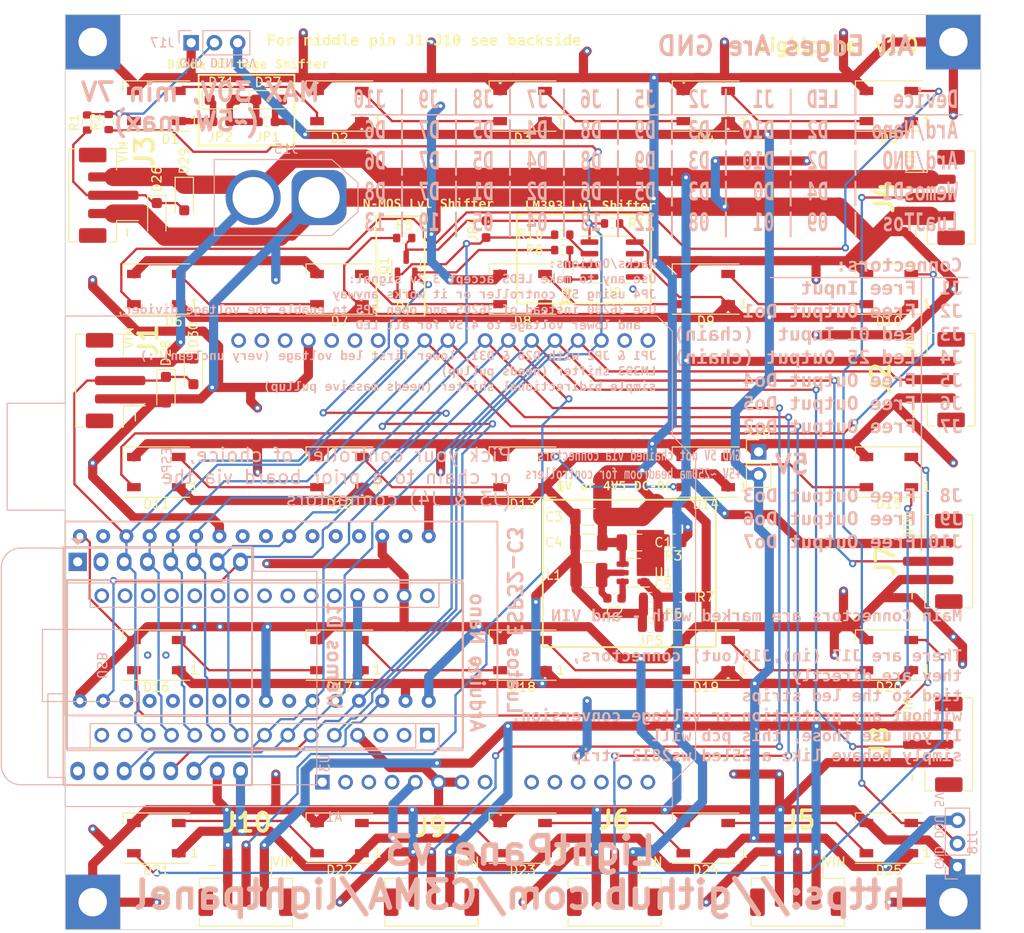
<source format=kicad_pcb>
(kicad_pcb (version 20221018) (generator pcbnew)

  (general
    (thickness 1.6)
  )

  (paper "A4")
  (layers
    (0 "F.Cu" signal)
    (31 "B.Cu" signal)
    (32 "B.Adhes" user "B.Adhesive")
    (33 "F.Adhes" user "F.Adhesive")
    (34 "B.Paste" user)
    (35 "F.Paste" user)
    (36 "B.SilkS" user "B.Silkscreen")
    (37 "F.SilkS" user "F.Silkscreen")
    (38 "B.Mask" user)
    (39 "F.Mask" user)
    (40 "Dwgs.User" user "User.Drawings")
    (41 "Cmts.User" user "User.Comments")
    (42 "Eco1.User" user "User.Eco1")
    (43 "Eco2.User" user "User.Eco2")
    (44 "Edge.Cuts" user)
    (45 "Margin" user)
    (46 "B.CrtYd" user "B.Courtyard")
    (47 "F.CrtYd" user "F.Courtyard")
    (48 "B.Fab" user)
    (49 "F.Fab" user)
    (50 "User.1" user)
    (51 "User.2" user)
    (52 "User.3" user)
    (53 "User.4" user)
    (54 "User.5" user)
    (55 "User.6" user)
    (56 "User.7" user)
    (57 "User.8" user)
    (58 "User.9" user)
  )

  (setup
    (stackup
      (layer "F.SilkS" (type "Top Silk Screen"))
      (layer "F.Paste" (type "Top Solder Paste"))
      (layer "F.Mask" (type "Top Solder Mask") (thickness 0.01))
      (layer "F.Cu" (type "copper") (thickness 0.035))
      (layer "dielectric 1" (type "core") (thickness 1.51) (material "FR4") (epsilon_r 4.5) (loss_tangent 0.02))
      (layer "B.Cu" (type "copper") (thickness 0.035))
      (layer "B.Mask" (type "Bottom Solder Mask") (thickness 0.01))
      (layer "B.Paste" (type "Bottom Solder Paste"))
      (layer "B.SilkS" (type "Bottom Silk Screen"))
      (copper_finish "None")
      (dielectric_constraints no)
    )
    (pad_to_mask_clearance 0)
    (pcbplotparams
      (layerselection 0x00010fc_ffffffff)
      (plot_on_all_layers_selection 0x0000000_00000000)
      (disableapertmacros false)
      (usegerberextensions false)
      (usegerberattributes true)
      (usegerberadvancedattributes true)
      (creategerberjobfile true)
      (dashed_line_dash_ratio 12.000000)
      (dashed_line_gap_ratio 3.000000)
      (svgprecision 6)
      (plotframeref false)
      (viasonmask false)
      (mode 1)
      (useauxorigin false)
      (hpglpennumber 1)
      (hpglpenspeed 20)
      (hpglpendiameter 15.000000)
      (dxfpolygonmode true)
      (dxfimperialunits true)
      (dxfusepcbnewfont true)
      (psnegative false)
      (psa4output false)
      (plotreference true)
      (plotvalue true)
      (plotinvisibletext false)
      (sketchpadsonfab false)
      (subtractmaskfromsilk false)
      (outputformat 1)
      (mirror false)
      (drillshape 0)
      (scaleselection 1)
      (outputdirectory "fabv4")
    )
  )

  (net 0 "")
  (net 1 "unconnected-(A1-NC-Pad1)")
  (net 2 "unconnected-(A1-IOREF-Pad2)")
  (net 3 "unconnected-(A1-~{RESET}-Pad3)")
  (net 4 "unconnected-(A1-3V3-Pad4)")
  (net 5 "unconnected-(A1-VIN-Pad8)")
  (net 6 "unconnected-(A1-A0-Pad9)")
  (net 7 "unconnected-(A1-A1-Pad10)")
  (net 8 "unconnected-(A1-A2-Pad11)")
  (net 9 "unconnected-(A1-A3-Pad12)")
  (net 10 "unconnected-(A1-SDA{slash}A4-Pad13)")
  (net 11 "unconnected-(A1-SCL{slash}A5-Pad14)")
  (net 12 "unconnected-(A1-D0{slash}RX-Pad15)")
  (net 13 "5V")
  (net 14 "GND")
  (net 15 "VIN")
  (net 16 "unconnected-(A1-D1{slash}TX-Pad16)")
  (net 17 "unconnected-(A1-D11-Pad26)")
  (net 18 "unconnected-(A1-D12-Pad27)")
  (net 19 "unconnected-(A1-D13-Pad28)")
  (net 20 "unconnected-(A1-AREF-Pad30)")
  (net 21 "unconnected-(A1-SDA{slash}A4-Pad31)")
  (net 22 "unconnected-(A1-SCL{slash}A5-Pad32)")
  (net 23 "unconnected-(A2-TX1-Pad1)")
  (net 24 "unconnected-(A2-RX1-Pad2)")
  (net 25 "unconnected-(A2-~{RESET}-Pad3)")
  (net 26 "unconnected-(A2-MOSI-Pad14)")
  (net 27 "unconnected-(A2-MISO-Pad15)")
  (net 28 "unconnected-(A2-SCK-Pad16)")
  (net 29 "3V3")
  (net 30 "unconnected-(A2-AREF-Pad18)")
  (net 31 "unconnected-(A2-A0-Pad19)")
  (net 32 "unconnected-(A2-A1-Pad20)")
  (net 33 "unconnected-(A2-A2-Pad21)")
  (net 34 "unconnected-(A2-A3-Pad22)")
  (net 35 "unconnected-(A2-SDA{slash}A4-Pad23)")
  (net 36 "unconnected-(A2-SCL{slash}A5-Pad24)")
  (net 37 "unconnected-(A2-A6-Pad25)")
  (net 38 "unconnected-(A2-A7-Pad26)")
  (net 39 "unconnected-(A2-~{RESET}-Pad28)")
  (net 40 "unconnected-(A2-VIN-Pad30)")
  (net 41 "Net-(U1-BST)")
  (net 42 "Net-(U1-SW)")
  (net 43 "Net-(D1-DOUT)")
  (net 44 "Net-(D1-DIN)")
  (net 45 "Net-(D2-DOUT)")
  (net 46 "Net-(D3-DOUT)")
  (net 47 "Net-(D4-DOUT)")
  (net 48 "Net-(D5-DOUT)")
  (net 49 "Net-(D6-DOUT)")
  (net 50 "Net-(D7-DOUT)")
  (net 51 "Net-(D8-DOUT)")
  (net 52 "Net-(D10-DIN)")
  (net 53 "Net-(D10-DOUT)")
  (net 54 "Net-(D11-DOUT)")
  (net 55 "Net-(D12-DOUT)")
  (net 56 "Net-(D13-DOUT)")
  (net 57 "Net-(D14-DOUT)")
  (net 58 "Net-(D15-DOUT)")
  (net 59 "Net-(D16-DOUT)")
  (net 60 "Net-(D17-DOUT)")
  (net 61 "Net-(D18-DOUT)")
  (net 62 "Net-(D19-DOUT)")
  (net 63 "Net-(D20-DOUT)")
  (net 64 "Net-(D21-DOUT)")
  (net 65 "Net-(D22-DOUT)")
  (net 66 "Net-(D23-DOUT)")
  (net 67 "Net-(D24-DOUT)")
  (net 68 "LDumbOut")
  (net 69 "unconnected-(ESP1-IO00-Pad2)")
  (net 70 "Lin")
  (net 71 "LOut")
  (net 72 "Do1")
  (net 73 "Do2")
  (net 74 "Do3")
  (net 75 "Do4")
  (net 76 "Do5")
  (net 77 "Do6")
  (net 78 "Do7")
  (net 79 "unconnected-(ESP1-RX0-Pad8)")
  (net 80 "unconnected-(ESP1-TX0-Pad9)")
  (net 81 "LDumb")
  (net 82 "unconnected-(ESP1-NC-Pad11)")
  (net 83 "unconnected-(ESP1-EN-Pad12)")
  (net 84 "unconnected-(ESP1-3.3V-Pad13)")
  (net 85 "unconnected-(ESP1-PEB-Pad15)")
  (net 86 "unconnected-(A2-3V3-Pad17)")
  (net 87 "unconnected-(ESP1-IO02-Pad19)")
  (net 88 "unconnected-(ESP1-IO03-Pad20)")
  (net 89 "unconnected-(ESP1-IO10-Pad21)")
  (net 90 "unconnected-(ESP1-IO06-Pad22)")
  (net 91 "unconnected-(ESP1-IO07-Pad23)")
  (net 92 "unconnected-(ESP1-IO11-Pad24)")
  (net 93 "unconnected-(ESP1-3.3V-Pad26)")
  (net 94 "unconnected-(U3-~{RST}-Pad1)")
  (net 95 "unconnected-(U3-A0-Pad2)")
  (net 96 "unconnected-(U3-RX-Pad15)")
  (net 97 "unconnected-(U3-TX-Pad16)")
  (net 98 "Net-(U1-EN)")
  (net 99 "Net-(JP5-A)")
  (net 100 "Net-(D1-VDD)")
  (net 101 "Net-(D27-K)")
  (net 102 "LOut3V3")
  (net 103 "Net-(U2A--)")
  (net 104 "Net-(U2A-+)")

  (footprint "Connector_JST:JST_PH_B3B-PH-SM4-TB_1x03-1MP_P2.00mm_Vertical" (layer "F.Cu") (at 145 89.9 -90))

  (footprint "Library:Solder_Screw_Mount" (layer "F.Cu") (at 53 147))

  (footprint "Resistor_SMD:R_0603_1608Metric_Pad0.98x0.95mm_HandSolder" (layer "F.Cu") (at 95.9612 73.4568 90))

  (footprint "Package_TO_SOT_SMD:SOT-23" (layer "F.Cu") (at 87.2358 77.4423 90))

  (footprint "Connector_JST:JST_PH_B3B-PH-SM4-TB_1x03-1MP_P2.00mm_Vertical" (layer "F.Cu") (at 90 145.25 180))

  (footprint "Diode_SMD:D_SOD-123F" (layer "F.Cu") (at 63 70 -90))

  (footprint "Resistor_SMD:R_0603_1608Metric" (layer "F.Cu") (at 87.0204 74.422))

  (footprint "Capacitor_SMD:C_1206_3216Metric" (layer "F.Cu") (at 107.188 104.902))

  (footprint "Diode_SMD:D_SOD-123F" (layer "F.Cu") (at 61 91 -90))

  (footprint "Resistor_SMD:R_0603_1608Metric" (layer "F.Cu") (at 104.2802 75.7428))

  (footprint "LED_SMD:LED_WS2812B_PLCC4_5.0x5.0mm_P3.2mm" (layer "F.Cu") (at 139.95 140 180))

  (footprint "Package_TO_SOT_SMD:TSOT-23-6" (layer "F.Cu") (at 112.014 110.998 180))

  (footprint "LED_SMD:LED_WS2812B_PLCC4_5.0x5.0mm_P3.2mm" (layer "F.Cu") (at 119.95 60 180))

  (footprint "Resistor_SMD:R_0603_1608Metric_Pad0.98x0.95mm_HandSolder" (layer "F.Cu") (at 67.056 61.722))

  (footprint "LED_SMD:LED_WS2812B_PLCC4_5.0x5.0mm_P3.2mm" (layer "F.Cu") (at 119.95 80 180))

  (footprint "LED_SMD:LED_WS2812B_PLCC4_5.0x5.0mm_P3.2mm" (layer "F.Cu") (at 139.95 120 180))

  (footprint "LED_SMD:LED_WS2812B_PLCC4_5.0x5.0mm_P3.2mm" (layer "F.Cu") (at 59.95 140 180))

  (footprint "Connector_JST:JST_PH_B3B-PH-SM4-TB_1x03-1MP_P2.00mm_Vertical" (layer "F.Cu") (at 54.75 69.75 90))

  (footprint "Resistor_SMD:R_0603_1608Metric" (layer "F.Cu") (at 104.2802 74.0664))

  (footprint "LED_SMD:LED_WS2812B_PLCC4_5.0x5.0mm_P3.2mm" (layer "F.Cu") (at 99.95 100 180))

  (footprint "Resistor_SMD:R_0603_1608Metric" (layer "F.Cu") (at 104.902 78.1304 -90))

  (footprint "Diode_SMD:D_SOD-123F" (layer "F.Cu") (at 60 72 -90))

  (footprint "LED_SMD:LED_WS2812B_PLCC4_5.0x5.0mm_P3.2mm" (layer "F.Cu") (at 99.95 140 180))

  (footprint "Connector_JST:JST_PH_B3B-PH-SM4-TB_1x03-1MP_P2.00mm_Vertical" (layer "F.Cu") (at 110 145.25 180))

  (footprint "Connector_JST:JST_PH_B3B-PH-SM4-TB_1x03-1MP_P2.00mm_Vertical" (layer "F.Cu") (at 144.75 109.75 -90))

  (footprint "LED_SMD:LED_WS2812B_PLCC4_5.0x5.0mm_P3.2mm" (layer "F.Cu") (at 99.95 60 180))

  (footprint "Resistor_SMD:R_0603_1608Metric" (layer "F.Cu") (at 87.0326 80.6196 180))

  (footprint "Resistor_SMD:R_0603_1608Metric_Pad0.98x0.95mm_HandSolder" (layer "F.Cu") (at 113.9463 116.9924 180))

  (footprint "LED_SMD:LED_WS2812B_PLCC4_5.0x5.0mm_P3.2mm" (layer "F.Cu") (at 139.95 100 180))

  (footprint "Diode_SMD:D_SOD-123F" (layer "F.Cu") (at 72.266 59.309))

  (footprint "Library:Solder_Screw_Mount" (layer "F.Cu") (at 147 147))

  (footprint "LED_SMD:LED_WS2812B_PLCC4_5.0x5.0mm_P3.2mm" (layer "F.Cu") (at 119.95 120 180))

  (footprint "LED_SMD:LED_WS2812B_PLCC4_5.0x5.0mm_P3.2mm" (layer "F.Cu") (at 79.95 60 180))

  (footprint "LED_SMD:LED_WS2812B_PLCC4_5.0x5.0mm_P3.2mm" (layer "F.Cu") (at 79.95 80 180))

  (footprint "Library:Solder_Screw_Mount" (layer "F.Cu") (at 53 53))

  (footprint "LED_SMD:LED_WS2812B_PLCC4_5.0x5.0mm_P3.2mm" (layer "F.Cu") (at 59.95 100 180))

  (footprint "LED_SMD:LED_WS2812B_PLCC4_5.0x5.0mm_P3.2mm" (layer "F.Cu") (at 59.95 60 180))

  (footprint "Package_SO:SOIC-8_3.9x4.9mm_P1.27mm" (layer "F.Cu") (at 109.728 76.772))

  (footprint "Resistor_SMD:R_0603_1608Metric" (layer "F.Cu") (at 54.75 61.75 90))

  (footprint "LED_SMD:LED_WS2812B_PLCC4_5.0x5.0mm_P3.2mm" (layer "F.Cu") (at 99.95 80 180))

  (footprint "Capacitor_SMD:C_0603_1608Metric" (layer "F.Cu") (at 113.919 113.665 180))

  (footprint "LED_SMD:LED_WS2812B_PLCC4_5.0x5.0mm_P3.2mm" (layer "F.Cu") (at 119.95 100 180))

  (footprint "LED_SMD:LED_WS2812B_PLCC4_5.0x5.0mm_P3.2mm" (layer "F.Cu") (at 79.95 140 180))

  (footprint "Connector_JST:JST_PH_B3B-PH-SM4-TB_1x03-1MP_P2.00mm_Vertical" (layer "F.Cu") (at 145 70 -90))

  (footprint "Resistor_SMD:R_0603_1608Metric" (layer "F.Cu") (at 109.728 72.835 180))

  (footprint "Resistor_SMD:R_0805_2012Metric" (layer "F.Cu") (at 116.4125 107.5 180))

  (footprint "Connector_PinHeader_2.54mm:PinHeader_1x02_P2.54mm_Vertical" (layer "F.Cu")
    (tstamp 93c9e1cc-0a52-4891-950f-abb2b6fe184a)
    (at 125.73 97.79)
    (descr "Through hole straight pin header, 1x02, 2.54mm pitch, single row")
    (tags "Through hole pin header THT 1x02 2.54mm single row")
    (property "Sheetfile" "lig.kicad_sch")
    (property "Sheetname" "")
    (property "ki_description" "Generic connector, single row, 01x02, script generated")
    (property "ki_keywords" "connector")
    (path "/ba6949a6-2873-485e-bd54-04666da952a3")
    (attr through_hole)
    (fp_text reference "J16" (at 0 -2.33) (layer "F.SilkS")
        (effects (font (size 1 1) (thickness 0.15)))
      (tstamp cc3d3b2b-12de-49e5-b17a-357f425b46a3)
    )
    (fp_text value "Conn_01x02_Socket" (at 0 4.87) (layer "F.Fab")
        (effects (font (size 1 1) (thickness 0.15)))
      (tstamp d26f78c6-29bc-4ab6-90e2-8c94042e3948)
    )
    (fp_text user "${REFERENCE}" (at 0 1.27 90) (layer "F.Fab")
        (effects (font (size 1 1) (thickness 0.15)))
      (tstamp 3e7a3d9f-768a-40b6-8849-b68af08587bb)
    )
    (fp_line (start -1.33 -1.33) (end 0 -1.33)
      (stroke (width 0.12) (type solid)) (layer "F.SilkS") (tstamp ea14fbbf-f9b4-474c-aebe-c4715c5e541f))
    (fp_line (start -1.33 0) (end -1.33 -1.33)
      (stroke (width 0.12) (type solid)) (layer "F.SilkS") (tstamp 7372b680-561e-48e0-818f-4723e1967302))
    (fp_line (start -1.33 1.27) (end -1.33 3.87)
      (stroke (width 0.12) (type solid)) (layer "F.SilkS") (tstamp 9c4a2ab1-3baa-4bd9-8cb8-0c047128339c))
    (fp_line (start -1.33 1.27) (end 1.33 1.27)
      (stroke (width 0.12) (type solid)) (layer "F.SilkS") (tstamp 5161c53d-c473-4717-bcdc-b71e4b323614))
    (fp_line (start -1.33 3.87) (end 1.33 3.87)
      (stroke (width 0.12) (type solid)) (layer "F.SilkS") (tstamp eade31d3-2acb-45bb-b4e3-af7bc3b3a1c1))
    (fp_line (start 1.33 1.27) (end 1.33 3.87)
      (stroke (width 0.12) (type solid)) (layer "F.SilkS") (tstamp 32d20102-1127-4f19-adee-89b709480cf2))
    (fp_line (start -1.8 -1.8) (end -1.8 4.35)
      (stroke (width 0.05) (type solid)) (layer "F.CrtYd") (tstamp db6931e8-0
... [6723391 chars truncated]
</source>
